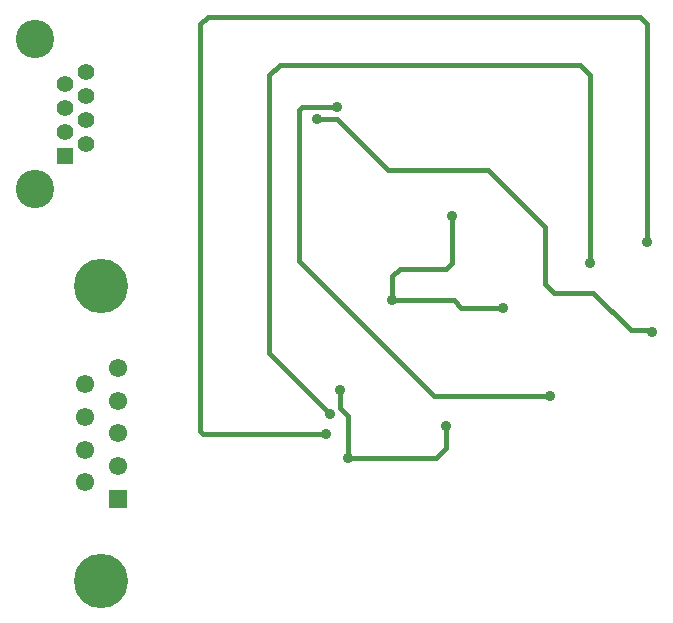
<source format=gbl>
G04*
G04 #@! TF.GenerationSoftware,Altium Limited,Altium Designer,24.10.1 (45)*
G04*
G04 Layer_Physical_Order=2*
G04 Layer_Color=16711680*
%FSLAX44Y44*%
%MOMM*%
G71*
G04*
G04 #@! TF.SameCoordinates,A659C5E8-25CF-42C6-9C85-9A39C97684D2*
G04*
G04*
G04 #@! TF.FilePolarity,Positive*
G04*
G01*
G75*
%ADD31C,1.3900*%
%ADD32R,1.3900X1.3900*%
%ADD33C,3.2500*%
%ADD34R,1.5500X1.5500*%
%ADD35C,1.5500*%
%ADD36C,4.6000*%
%ADD37C,0.3810*%
%ADD38C,0.8890*%
D31*
X96520Y482600D02*
D03*
X78740Y472440D02*
D03*
X96520Y462280D02*
D03*
X78740Y452120D02*
D03*
X96520Y441960D02*
D03*
X78740Y431800D02*
D03*
X96520Y421640D02*
D03*
D32*
X78740Y411480D02*
D03*
D33*
X53340Y383540D02*
D03*
Y510540D02*
D03*
D34*
X123650Y121250D02*
D03*
D35*
X95250Y135100D02*
D03*
X123650Y148950D02*
D03*
X95250Y162800D02*
D03*
X123650Y176650D02*
D03*
X95250Y190500D02*
D03*
X123650Y204350D02*
D03*
X95250Y218200D02*
D03*
X123650Y232050D02*
D03*
D36*
X109250Y301600D02*
D03*
Y51700D02*
D03*
D37*
X355600Y289560D02*
Y309880D01*
X361950Y316230D01*
X401320D01*
X391160Y208280D02*
X488950D01*
X276860Y450850D02*
X279400Y453390D01*
X276860Y322580D02*
X391160Y208280D01*
X276860Y322580D02*
Y450850D01*
X279400Y453390D02*
X308610D01*
X251460Y480060D02*
X260350Y488950D01*
X251460Y244527D02*
Y480060D01*
X260350Y488950D02*
X514350D01*
X251460Y244527D02*
X302901Y193085D01*
X514350Y488950D02*
X523240Y480060D01*
X485140Y303530D02*
Y351790D01*
Y303530D02*
X492760Y295910D01*
X525780D01*
X565150Y529590D02*
X571500Y523240D01*
X199390Y529590D02*
X565150D01*
X571500Y339090D02*
Y523240D01*
X193040Y178762D02*
Y523240D01*
X199390Y529590D01*
X311150Y198120D02*
Y213360D01*
Y198120D02*
X318068Y191202D01*
Y156210D02*
Y191202D01*
X400777Y164557D02*
Y182880D01*
X392430Y156210D02*
X400777Y164557D01*
X318068Y156210D02*
X392430D01*
X570538Y264160D02*
X570836Y263862D01*
X574338D02*
X575310Y262890D01*
X570836Y263862D02*
X574338D01*
X557530Y264160D02*
X570538D01*
X525780Y295910D02*
X557530Y264160D01*
X436880Y400050D02*
X485140Y351790D01*
X351790Y400050D02*
X436880D01*
X308610Y443230D02*
X351790Y400050D01*
X292100Y443230D02*
X308610D01*
X523240Y321310D02*
Y480060D01*
X193040Y178762D02*
X195272Y176530D01*
X299720D01*
X406400Y321310D02*
Y360680D01*
X401320Y316230D02*
X406400Y321310D01*
X449520Y283210D02*
X449550Y283180D01*
X414020Y283210D02*
X449520D01*
X407670Y289560D02*
X414020Y283210D01*
X355600Y289560D02*
X407670D01*
D38*
X318068Y156210D02*
D03*
X311150Y213360D02*
D03*
X400777Y182880D02*
D03*
X488950Y208280D02*
D03*
X523240Y321310D02*
D03*
X575310Y262890D02*
D03*
X406400Y360680D02*
D03*
X299720Y176530D02*
D03*
X302901Y193085D02*
D03*
X571500Y339090D02*
D03*
X449550Y283180D02*
D03*
X355600Y289560D02*
D03*
X292100Y443230D02*
D03*
X308610Y453390D02*
D03*
M02*

</source>
